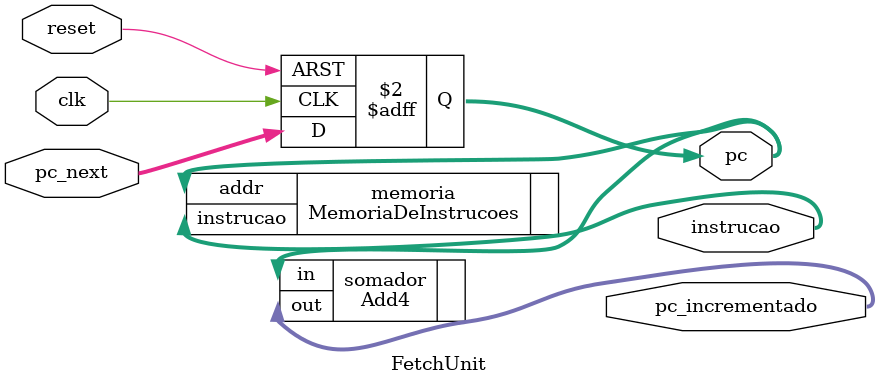
<source format=v>
`include "MemoriaDeInstrucoes.v"
module FetchUnit(
    input wire clk,                 // Clock
    input wire reset,               // Reset para inicializar o PC
    input wire [31:0] pc_next,
    output reg [31:0] pc,
    output wire [31:0] instrucao,    // Instrução buscada da memória
    output wire [31:0] pc_incrementado
);

    // Instancia o módulo Add4 para incrementar o PC
    Add4 somador (
        .in(pc),
        .out(pc_incrementado)
    );

    // Instancia o módulo MemoriaDeInstrucoes para buscar instruções
    MemoriaDeInstrucoes memoria (
        .addr(pc),
        .instrucao(instrucao)
    );

    // Lógica do PC: Incrementa ou reseta
    always @(posedge clk or posedge reset) begin
        if (reset) begin
            // Inicializa o PC no reset
            pc <= 32'b0;            
        end else begin
            // Atualiza o PC com o próximo endereço
            pc <= pc_next;  
        end
    end

endmodule

</source>
